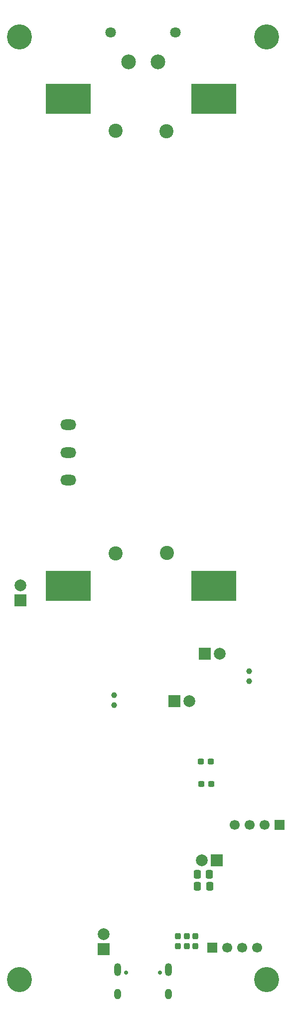
<source format=gbs>
G04 #@! TF.GenerationSoftware,KiCad,Pcbnew,8.0.3*
G04 #@! TF.CreationDate,2025-04-07T19:30:46+02:00*
G04 #@! TF.ProjectId,TIDA-PowerPack,54494441-2d50-46f7-9765-725061636b2e,rev?*
G04 #@! TF.SameCoordinates,Original*
G04 #@! TF.FileFunction,Soldermask,Bot*
G04 #@! TF.FilePolarity,Negative*
%FSLAX46Y46*%
G04 Gerber Fmt 4.6, Leading zero omitted, Abs format (unit mm)*
G04 Created by KiCad (PCBNEW 8.0.3) date 2025-04-07 19:30:46*
%MOMM*%
%LPD*%
G01*
G04 APERTURE LIST*
G04 Aperture macros list*
%AMRoundRect*
0 Rectangle with rounded corners*
0 $1 Rounding radius*
0 $2 $3 $4 $5 $6 $7 $8 $9 X,Y pos of 4 corners*
0 Add a 4 corners polygon primitive as box body*
4,1,4,$2,$3,$4,$5,$6,$7,$8,$9,$2,$3,0*
0 Add four circle primitives for the rounded corners*
1,1,$1+$1,$2,$3*
1,1,$1+$1,$4,$5*
1,1,$1+$1,$6,$7*
1,1,$1+$1,$8,$9*
0 Add four rect primitives between the rounded corners*
20,1,$1+$1,$2,$3,$4,$5,0*
20,1,$1+$1,$4,$5,$6,$7,0*
20,1,$1+$1,$6,$7,$8,$9,0*
20,1,$1+$1,$8,$9,$2,$3,0*%
G04 Aperture macros list end*
%ADD10C,1.000000*%
%ADD11C,4.249987*%
%ADD12C,2.400000*%
%ADD13C,0.700000*%
%ADD14O,1.200000X2.200000*%
%ADD15O,1.200000X1.800000*%
%ADD16R,2.000000X2.000000*%
%ADD17C,2.000000*%
%ADD18O,2.700000X1.800000*%
%ADD19R,1.700000X1.700000*%
%ADD20C,1.700000*%
%ADD21C,2.500000*%
%ADD22C,1.800000*%
%ADD23R,7.620000X5.080000*%
%ADD24RoundRect,0.237500X0.300000X0.237500X-0.300000X0.237500X-0.300000X-0.237500X0.300000X-0.237500X0*%
%ADD25RoundRect,0.237500X-0.237500X0.300000X-0.237500X-0.300000X0.237500X-0.300000X0.237500X0.300000X0*%
%ADD26RoundRect,0.250000X-0.337500X-0.475000X0.337500X-0.475000X0.337500X0.475000X-0.337500X0.475000X0*%
%ADD27RoundRect,0.237500X-0.300000X-0.237500X0.300000X-0.237500X0.300000X0.237500X-0.300000X0.237500X0*%
G04 APERTURE END LIST*
D10*
X137050000Y-150150000D03*
X137050000Y-148450000D03*
D11*
X162999970Y-36752540D03*
D12*
X146050000Y-124340000D03*
X137350000Y-52720000D03*
D13*
X139110000Y-195530000D03*
X144890000Y-195530000D03*
D14*
X137680000Y-195030000D03*
D15*
X137680000Y-199210000D03*
D14*
X146320000Y-195030000D03*
D15*
X146320000Y-199210000D03*
D11*
X120999970Y-196752540D03*
D16*
X147300000Y-149450000D03*
D17*
X149840000Y-149450000D03*
D18*
X129260000Y-102600000D03*
X129260000Y-107300000D03*
X129260000Y-112000000D03*
D16*
X154520000Y-176500000D03*
D17*
X151980000Y-176500000D03*
D16*
X152455000Y-141400000D03*
D17*
X154995000Y-141400000D03*
D11*
X163009970Y-196752540D03*
D16*
X135270000Y-191580000D03*
D17*
X135270000Y-189040000D03*
D19*
X165170000Y-170500000D03*
D20*
X162630000Y-170500000D03*
X160090000Y-170500000D03*
X157550000Y-170500000D03*
D19*
X153760000Y-191300000D03*
D20*
X156300000Y-191300000D03*
X158840000Y-191300000D03*
X161380000Y-191300000D03*
D16*
X121200000Y-132390000D03*
D17*
X121200000Y-129850000D03*
D11*
X120999970Y-36752540D03*
D21*
X144500000Y-40987500D03*
X139500000Y-40987500D03*
D22*
X136500000Y-35987500D03*
X147500000Y-35987500D03*
D10*
X160060000Y-144370000D03*
X160060000Y-146070000D03*
D12*
X137300000Y-124430000D03*
D23*
X129300000Y-47280000D03*
X129300000Y-129900000D03*
D24*
X153545000Y-159700000D03*
X151820000Y-159700000D03*
D25*
X147900000Y-189337500D03*
X147900000Y-191062500D03*
D26*
X151215000Y-178850000D03*
X153290000Y-178850000D03*
X151227500Y-180850000D03*
X153302500Y-180850000D03*
D25*
X150905000Y-189337500D03*
X150905000Y-191062500D03*
D27*
X151887500Y-163500000D03*
X153612500Y-163500000D03*
D25*
X149405000Y-189337500D03*
X149405000Y-191062500D03*
D12*
X146000000Y-52750000D03*
D23*
X154000000Y-129900000D03*
X154000000Y-47280000D03*
M02*

</source>
